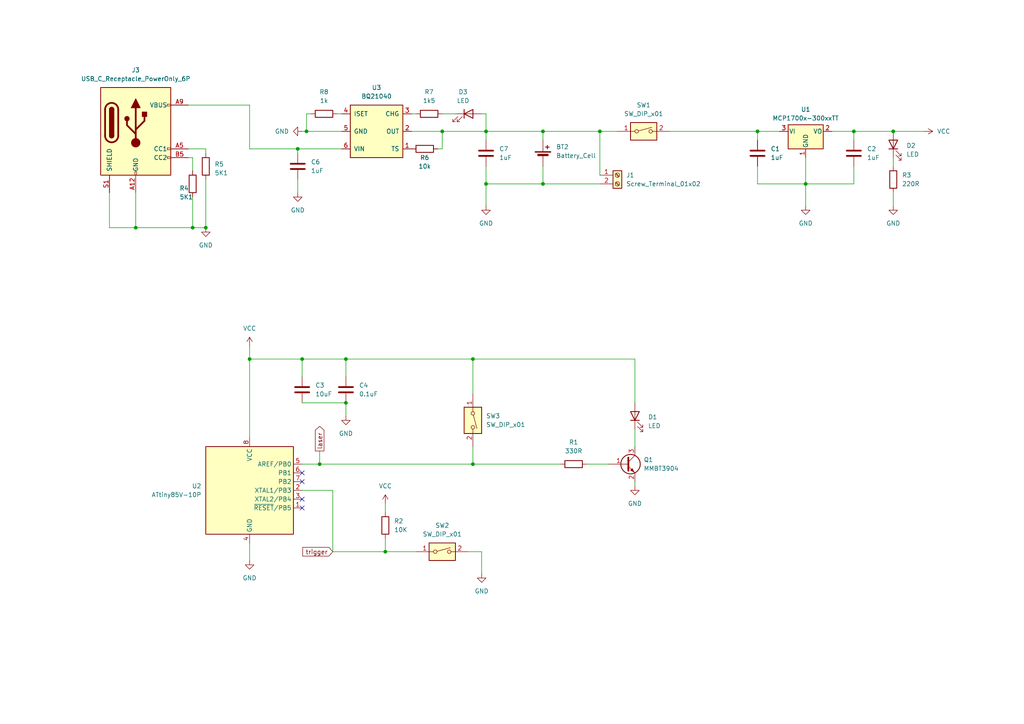
<source format=kicad_sch>
(kicad_sch (version 20230121) (generator eeschema)
  (paper "A4")
  (lib_symbols
    (symbol "BQ21040:BQ21040" (pin_names (offset 1.016))
      (property "Reference" "U" (at -6.35 11.43 0))
      (property "Value" "BQ21040" (at -3.81 8.89 0))
      (symbol "BQ21040_0_1"
        (rectangle (start -7.62 7.62) (end 7.62 -7.62) (stroke (width 0.254)) (fill (type background)))
      )
      (symbol "BQ21040_1_1"
        (pin input line (at -10.16 5.08 0) (length 2.54) (name "TS") (number "1"))
        (pin power_out line (at -10.16 0 0) (length 2.54) (name "OUT") (number "2"))
        (pin output line (at -10.16 -5.08 0) (length 2.54) (name "CHG") (number "3"))
        (pin input line (at 10.16 -5.08 180) (length 2.54) (name "ISET") (number "4"))
        (pin power_in line (at 10.16 0 180) (length 2.54) (name "GND") (number "5"))
        (pin power_in line (at 10.16 5.08 180) (length 2.54) (name "VIN") (number "6"))
      )
    )
    (symbol "Battery_Cell_1" (pin_numbers hide) (pin_names (offset 0) hide)
      (property "Reference" "BT" (at 2.54 2.54 0))
      (property "Value" "Battery_Cell" (at 2.54 0 0))
      (symbol "Battery_Cell_1_0_1"
        (rectangle (start -2.286 1.778) (end 2.286 1.524) (fill (type outline)))
        (rectangle (start -1.524 1.016) (end 1.524 0.508) (fill (type outline)))
        (polyline (pts (xy 0 0.762) (xy 0 0)))
        (polyline (pts (xy 0 1.778) (xy 0 2.54)))
        (polyline (pts (xy 0.762 3.048) (xy 1.778 3.048)) (stroke (width 0.254)))
        (polyline (pts (xy 1.27 3.556) (xy 1.27 2.54)) (stroke (width 0.254)))
      )
      (symbol "Battery_Cell_1_1_1"
        (pin passive line (at 0 5.08 270) (length 2.54) (name "+") (number "1"))
        (pin passive line (at 0 -2.54 90) (length 2.54) (name "-") (number "2"))
      )
    )
    (symbol "Connector:Screw_Terminal_01x02" (pin_names (offset 1.016) hide)
      (property "Reference" "J" (at 0 2.54 0))
      (property "Value" "Screw_Terminal_01x02" (at 0 -5.08 0))
      (symbol "Screw_Terminal_01x02_1_1"
        (rectangle (start -1.27 1.27) (end 1.27 -3.81) (stroke (width 0.254)) (fill (type background)))
        (circle (center 0 -2.54) (radius 0.635) (stroke (width 0.1524)))
        (polyline (pts (xy -0.5334 -2.2098) (xy 0.3302 -3.048)) (stroke (width 0.1524)))
        (polyline (pts (xy -0.5334 0.3302) (xy 0.3302 -0.508)) (stroke (width 0.1524)))
        (polyline (pts (xy -0.3556 -2.032) (xy 0.508 -2.8702)) (stroke (width 0.1524)))
        (polyline (pts (xy -0.3556 0.508) (xy 0.508 -0.3302)) (stroke (width 0.1524)))
        (circle (center 0 0) (radius 0.635) (stroke (width 0.1524)))
        (pin passive line (at -5.08 0 0) (length 3.81) (name "Pin_1") (number "1"))
        (pin passive line (at -5.08 -2.54 0) (length 3.81) (name "Pin_2") (number "2"))
      )
    )
    (symbol "Connector:USB_C_Receptacle_PowerOnly_6P" (pin_names (offset 1.016))
      (property "Reference" "J" (at 0 16.51 0))
      (property "Value" "USB_C_Receptacle_PowerOnly_6P" (at 0 13.97 0))
      (symbol "USB_C_Receptacle_PowerOnly_6P_0_0"
        (rectangle (start -0.254 -12.7) (end 0.254 -11.684))
        (rectangle (start 10.16 -7.366) (end 9.144 -7.874))
        (rectangle (start 10.16 -4.826) (end 9.144 -5.334))
        (rectangle (start 10.16 7.874) (end 9.144 7.366))
      )
      (symbol "USB_C_Receptacle_PowerOnly_6P_0_1"
        (rectangle (start -10.16 12.7) (end 10.16 -12.7) (stroke (width 0.254)) (fill (type background)))
        (arc (start -8.89 -1.27) (mid -6.985 -3.1667) (end -5.08 -1.27) (stroke (width 0.508)))
        (arc (start -7.62 -1.27) (mid -6.985 -1.9023) (end -6.35 -1.27) (stroke (width 0.254)))
        (arc (start -7.62 -1.27) (mid -6.985 -1.9023) (end -6.35 -1.27) (stroke (width 0.254)) (fill (type outline)))
        (rectangle (start -7.62 -1.27) (end -6.35 6.35) (stroke (width 0.254)) (fill (type outline)))
        (arc (start -6.35 6.35) (mid -6.985 6.9823) (end -7.62 6.35) (stroke (width 0.254)))
        (arc (start -6.35 6.35) (mid -6.985 6.9823) (end -7.62 6.35) (stroke (width 0.254)) (fill (type outline)))
        (arc (start -5.08 6.35) (mid -6.985 8.2467) (end -8.89 6.35) (stroke (width 0.508)))
        (circle (center -2.54 3.683) (radius 0.635) (stroke (width 0.254)) (fill (type outline)))
        (circle (center 0 -3.302) (radius 1.27) (fill (type outline)))
        (polyline (pts (xy -8.89 -1.27) (xy -8.89 6.35)) (stroke (width 0.508)))
        (polyline (pts (xy -5.08 6.35) (xy -5.08 -1.27)) (stroke (width 0.508)))
        (polyline (pts (xy 0 -3.302) (xy 0 6.858)) (stroke (width 0.508)))
        (polyline (pts (xy 0 -0.762) (xy -2.54 1.778) (xy -2.54 3.048)) (stroke (width 0.508)))
        (polyline (pts (xy 0 0.508) (xy 2.54 3.048) (xy 2.54 4.318)) (stroke (width 0.508)))
        (polyline (pts (xy -1.27 6.858) (xy 0 9.398) (xy 1.27 6.858) (xy -1.27 6.858)) (stroke (width 0.254)) (fill (type outline)))
        (rectangle (start 1.905 4.318) (end 3.175 5.588) (stroke (width 0.254)) (fill (type outline)))
      )
      (symbol "USB_C_Receptacle_PowerOnly_6P_1_1"
        (pin passive line (at 0 -17.78 90) (length 5.08) (name "GND") (number "A12"))
        (pin bidirectional line (at 15.24 -5.08 180) (length 5.08) (name "CC1") (number "A5"))
        (pin passive line (at 15.24 7.62 180) (length 5.08) (name "VBUS") (number "A9"))
        (pin passive line (at 0 -17.78 90) (length 5.08) hide (name "GND") (number "B12"))
        (pin bidirectional line (at 15.24 -7.62 180) (length 5.08) (name "CC2") (number "B5"))
        (pin passive line (at 15.24 7.62 180) (length 5.08) hide (name "VBUS") (number "B9"))
        (pin passive line (at -7.62 -17.78 90) (length 5.08) (name "SHIELD") (number "S1"))
      )
    )
    (symbol "Device:C" (pin_numbers hide) (pin_names (offset 0.254))
      (property "Reference" "C" (at 0.635 2.54 0))
      (property "Value" "C" (at 0.635 -2.54 0))
      (symbol "C_0_1"
        (polyline (pts (xy -2.032 -0.762) (xy 2.032 -0.762)) (stroke (width 0.508)))
        (polyline (pts (xy -2.032 0.762) (xy 2.032 0.762)) (stroke (width 0.508)))
      )
      (symbol "C_1_1"
        (pin passive line (at 0 3.81 270) (length 2.794) (name "~") (number "1"))
        (pin passive line (at 0 -3.81 90) (length 2.794) (name "~") (number "2"))
      )
    )
    (symbol "Device:LED" (pin_numbers hide) (pin_names (offset 1.016) hide)
      (property "Reference" "D" (at 0 2.54 0))
      (property "Value" "LED" (at 0 -2.54 0))
      (symbol "LED_0_1"
        (polyline (pts (xy -1.27 -1.27) (xy -1.27 1.27)) (stroke (width 0.254)))
        (polyline (pts (xy -1.27 0) (xy 1.27 0)))
        (polyline (pts (xy 1.27 -1.27) (xy 1.27 1.27) (xy -1.27 0) (xy 1.27 -1.27)) (stroke (width 0.254)))
        (polyline (pts (xy -3.048 -0.762) (xy -4.572 -2.286) (xy -3.81 -2.286) (xy -4.572 -2.286) (xy -4.572 -1.524)))
        (polyline (pts (xy -1.778 -0.762) (xy -3.302 -2.286) (xy -2.54 -2.286) (xy -3.302 -2.286) (xy -3.302 -1.524)))
      )
      (symbol "LED_1_1"
        (pin passive line (at -3.81 0 0) (length 2.54) (name "K") (number "1"))
        (pin passive line (at 3.81 0 180) (length 2.54) (name "A") (number "2"))
      )
    )
    (symbol "Device:R" (pin_numbers hide) (pin_names (offset 0))
      (property "Reference" "R" (at 2.032 0 90))
      (property "Value" "R" (at 0 0 90))
      (symbol "R_0_1"
        (rectangle (start -1.016 -2.54) (end 1.016 2.54) (stroke (width 0.254)))
      )
      (symbol "R_1_1"
        (pin passive line (at 0 3.81 270) (length 1.27) (name "~") (number "1"))
        (pin passive line (at 0 -3.81 90) (length 1.27) (name "~") (number "2"))
      )
    )
    (symbol "MCU_Microchip_ATtiny:ATtiny85V-10P"
      (property "Reference" "U" (at -12.7 13.97 0))
      (property "Value" "ATtiny85V-10P" (at 2.54 -13.97 0))
      (symbol "ATtiny85V-10P_0_1"
        (rectangle (start -12.7 -12.7) (end 12.7 12.7) (stroke (width 0.254)) (fill (type background)))
      )
      (symbol "ATtiny85V-10P_1_1"
        (pin bidirectional line (at 15.24 -5.08 180) (length 2.54) (name "~{RESET}/PB5") (number "1"))
        (pin bidirectional line (at 15.24 0 180) (length 2.54) (name "XTAL1/PB3") (number "2"))
        (pin bidirectional line (at 15.24 -2.54 180) (length 2.54) (name "XTAL2/PB4") (number "3"))
        (pin power_in line (at 0 -15.24 90) (length 2.54) (name "GND") (number "4"))
        (pin bidirectional line (at 15.24 7.62 180) (length 2.54) (name "AREF/PB0") (number "5"))
        (pin bidirectional line (at 15.24 5.08 180) (length 2.54) (name "PB1") (number "6"))
        (pin bidirectional line (at 15.24 2.54 180) (length 2.54) (name "PB2") (number "7"))
        (pin power_in line (at 0 15.24 270) (length 2.54) (name "VCC") (number "8"))
      )
    )
    (symbol "Regulator_Linear:MCP1700x-300xxTT" (pin_names (offset 0.254))
      (property "Reference" "U" (at -3.81 3.175 0))
      (property "Value" "MCP1700x-300xxTT" (at 0 3.175 0))
      (symbol "MCP1700x-300xxTT_0_1"
        (rectangle (start -5.08 1.905) (end 5.08 -5.08) (stroke (width 0.254)) (fill (type background)))
      )
      (symbol "MCP1700x-300xxTT_1_1"
        (pin power_in line (at 0 -7.62 90) (length 2.54) (name "GND") (number "1"))
        (pin power_out line (at 7.62 0 180) (length 2.54) (name "VO") (number "2"))
        (pin power_in line (at -7.62 0 0) (length 2.54) (name "VI") (number "3"))
      )
    )
    (symbol "Switch:SW_DIP_x01" (pin_names (offset 0) hide)
      (property "Reference" "SW" (at 0 3.81 0))
      (property "Value" "SW_DIP_x01" (at 0 -3.81 0))
      (symbol "SW_DIP_x01_0_0"
        (circle (center -2.032 0) (radius 0.508))
        (polyline (pts (xy -1.524 0.127) (xy 2.3622 1.1684)))
        (circle (center 2.032 0) (radius 0.508))
      )
      (symbol "SW_DIP_x01_0_1"
        (rectangle (start -3.81 2.54) (end 3.81 -2.54) (stroke (width 0.254)) (fill (type background)))
      )
      (symbol "SW_DIP_x01_1_1"
        (pin passive line (at -7.62 0 0) (length 5.08) (name "~") (number "1"))
        (pin passive line (at 7.62 0 180) (length 5.08) (name "~") (number "2"))
      )
    )
    (symbol "Transistor_BJT:MMBT3904" (pin_names (offset 0) hide)
      (property "Reference" "Q" (at 5.08 1.905 0))
      (property "Value" "MMBT3904" (at 5.08 0 0))
      (symbol "MMBT3904_0_1"
        (polyline (pts (xy 0.635 0.635) (xy 2.54 2.54)))
        (polyline (pts (xy 0.635 -0.635) (xy 2.54 -2.54) (xy 2.54 -2.54)))
        (polyline (pts (xy 0.635 1.905) (xy 0.635 -1.905) (xy 0.635 -1.905)) (stroke (width 0.508)))
        (polyline (pts (xy 1.27 -1.778) (xy 1.778 -1.27) (xy 2.286 -2.286) (xy 1.27 -1.778) (xy 1.27 -1.778)) (fill (type outline)))
        (circle (center 1.27 0) (radius 2.8194) (stroke (width 0.254)))
      )
      (symbol "MMBT3904_1_1"
        (pin input line (at -5.08 0 0) (length 5.715) (name "B") (number "1"))
        (pin passive line (at 2.54 -5.08 90) (length 2.54) (name "E") (number "2"))
        (pin passive line (at 2.54 5.08 270) (length 2.54) (name "C") (number "3"))
      )
    )
    (symbol "power:GND" (power) (pin_names (offset 0))
      (property "Value" "GND" (at 0 -3.81 0))
      (symbol "GND_0_1"
        (polyline (pts (xy 0 0) (xy 0 -1.27) (xy 1.27 -1.27) (xy 0 -2.54) (xy -1.27 -1.27) (xy 0 -1.27)))
      )
      (symbol "GND_1_1"
        (pin power_in line (at 0 0 270) (length 0) hide (name "GND") (number "1"))
      )
    )
    (symbol "power:VCC" (power) (pin_names (offset 0))
      (property "Value" "VCC" (at 0 3.81 0))
      (symbol "VCC_0_1"
        (polyline (pts (xy -0.762 1.27) (xy 0 2.54)))
        (polyline (pts (xy 0 0) (xy 0 2.54)))
        (polyline (pts (xy 0 2.54) (xy 0.762 1.27)))
      )
      (symbol "VCC_1_1"
        (pin power_in line (at 0 0 90) (length 0) hide (name "VCC") (number "1"))
      )
    )
  )
  (junction (at 86.36 43.18))
  (junction (at 128.27 38.1))
  (junction (at 100.33 104.14))
  (junction (at 173.99 38.1))
  (junction (at 233.68 53.34))
  (junction (at 87.63 104.14))
  (junction (at 140.97 38.1))
  (junction (at 55.88 66.04))
  (junction (at 88.9 38.1))
  (junction (at 157.48 53.34))
  (junction (at 259.08 38.1))
  (junction (at 219.71 38.1))
  (junction (at 111.76 160.02))
  (junction (at 100.33 116.84))
  (junction (at 247.65 38.1))
  (junction (at 72.39 104.14))
  (junction (at 137.16 104.14))
  (junction (at 59.69 66.04))
  (junction (at 137.16 134.62))
  (junction (at 39.37 66.04))
  (junction (at 157.48 38.1))
  (junction (at 92.71 134.62))
  (junction (at 140.97 53.34))
  (no_connect (at 87.63 137.16))
  (no_connect (at 87.63 147.32))
  (no_connect (at 87.63 139.7))
  (no_connect (at 87.63 144.78))
  (wire (pts (xy 92.71 134.62) (xy 87.63 134.62)))
  (wire (pts (xy 259.08 38.1) (xy 247.65 38.1)))
  (wire (pts (xy 140.97 33.02) (xy 139.7 33.02)))
  (wire (pts (xy 184.15 124.46) (xy 184.15 129.54)))
  (wire (pts (xy 128.27 38.1) (xy 128.27 43.18)))
  (wire (pts (xy 162.56 134.62) (xy 137.16 134.62)))
  (wire (pts (xy 137.16 104.14) (xy 137.16 114.3)))
  (wire (pts (xy 39.37 66.04) (xy 55.88 66.04)))
  (wire (pts (xy 88.9 38.1) (xy 99.06 38.1)))
  (wire (pts (xy 219.71 38.1) (xy 219.71 40.64)))
  (wire (pts (xy 96.52 142.24) (xy 96.52 160.02)))
  (wire (pts (xy 140.97 59.69) (xy 140.97 53.34)))
  (wire (pts (xy 173.99 38.1) (xy 173.99 50.8)))
  (wire (pts (xy 135.89 160.02) (xy 139.7 160.02)))
  (wire (pts (xy 88.9 33.02) (xy 88.9 38.1)))
  (wire (pts (xy 173.99 38.1) (xy 179.07 38.1)))
  (wire (pts (xy 157.48 53.34) (xy 140.97 53.34)))
  (wire (pts (xy 88.9 38.1) (xy 87.63 38.1)))
  (wire (pts (xy 233.68 45.72) (xy 233.68 53.34)))
  (wire (pts (xy 219.71 53.34) (xy 219.71 48.26)))
  (wire (pts (xy 219.71 38.1) (xy 226.06 38.1)))
  (wire (pts (xy 157.48 38.1) (xy 173.99 38.1)))
  (wire (pts (xy 72.39 43.18) (xy 86.36 43.18)))
  (wire (pts (xy 86.36 43.18) (xy 86.36 44.45)))
  (wire (pts (xy 88.9 33.02) (xy 90.17 33.02)))
  (wire (pts (xy 59.69 43.18) (xy 59.69 44.45)))
  (wire (pts (xy 194.31 38.1) (xy 219.71 38.1)))
  (wire (pts (xy 157.48 38.1) (xy 140.97 38.1)))
  (wire (pts (xy 54.61 30.48) (xy 72.39 30.48)))
  (wire (pts (xy 97.79 33.02) (xy 99.06 33.02)))
  (wire (pts (xy 31.75 55.88) (xy 31.75 66.04)))
  (wire (pts (xy 111.76 160.02) (xy 120.65 160.02)))
  (wire (pts (xy 184.15 116.84) (xy 184.15 104.14)))
  (wire (pts (xy 54.61 43.18) (xy 59.69 43.18)))
  (wire (pts (xy 92.71 130.81) (xy 92.71 134.62)))
  (wire (pts (xy 170.18 134.62) (xy 176.53 134.62)))
  (wire (pts (xy 137.16 134.62) (xy 92.71 134.62)))
  (wire (pts (xy 241.3 38.1) (xy 247.65 38.1)))
  (wire (pts (xy 137.16 129.54) (xy 137.16 134.62)))
  (wire (pts (xy 157.48 40.64) (xy 157.48 38.1)))
  (wire (pts (xy 72.39 104.14) (xy 72.39 127)))
  (wire (pts (xy 100.33 116.84) (xy 100.33 120.65)))
  (wire (pts (xy 54.61 45.72) (xy 55.88 45.72)))
  (wire (pts (xy 120.65 33.02) (xy 119.38 33.02)))
  (wire (pts (xy 247.65 48.26) (xy 247.65 53.34)))
  (wire (pts (xy 259.08 45.72) (xy 259.08 48.26)))
  (wire (pts (xy 259.08 55.88) (xy 259.08 59.69)))
  (wire (pts (xy 184.15 139.7) (xy 184.15 140.97)))
  (wire (pts (xy 247.65 53.34) (xy 233.68 53.34)))
  (wire (pts (xy 140.97 33.02) (xy 140.97 38.1)))
  (wire (pts (xy 139.7 160.02) (xy 139.7 166.37)))
  (wire (pts (xy 111.76 156.21) (xy 111.76 160.02)))
  (wire (pts (xy 55.88 57.15) (xy 55.88 66.04)))
  (wire (pts (xy 267.97 38.1) (xy 259.08 38.1)))
  (wire (pts (xy 184.15 104.14) (xy 137.16 104.14)))
  (wire (pts (xy 233.68 53.34) (xy 219.71 53.34)))
  (wire (pts (xy 72.39 30.48) (xy 72.39 43.18)))
  (wire (pts (xy 128.27 43.18) (xy 127 43.18)))
  (wire (pts (xy 87.63 104.14) (xy 72.39 104.14)))
  (wire (pts (xy 39.37 55.88) (xy 39.37 66.04)))
  (wire (pts (xy 96.52 160.02) (xy 111.76 160.02)))
  (wire (pts (xy 86.36 55.88) (xy 86.36 52.07)))
  (wire (pts (xy 55.88 45.72) (xy 55.88 49.53)))
  (wire (pts (xy 72.39 157.48) (xy 72.39 162.56)))
  (wire (pts (xy 140.97 53.34) (xy 140.97 48.26)))
  (wire (pts (xy 87.63 116.84) (xy 100.33 116.84)))
  (wire (pts (xy 233.68 53.34) (xy 233.68 59.69)))
  (wire (pts (xy 140.97 38.1) (xy 140.97 40.64)))
  (wire (pts (xy 87.63 109.22) (xy 87.63 104.14)))
  (wire (pts (xy 86.36 43.18) (xy 99.06 43.18)))
  (wire (pts (xy 157.48 53.34) (xy 173.99 53.34)))
  (wire (pts (xy 128.27 33.02) (xy 132.08 33.02)))
  (wire (pts (xy 247.65 38.1) (xy 247.65 40.64)))
  (wire (pts (xy 59.69 52.07) (xy 59.69 66.04)))
  (wire (pts (xy 55.88 66.04) (xy 59.69 66.04)))
  (wire (pts (xy 72.39 100.33) (xy 72.39 104.14)))
  (wire (pts (xy 31.75 66.04) (xy 39.37 66.04)))
  (wire (pts (xy 157.48 48.26) (xy 157.48 53.34)))
  (wire (pts (xy 137.16 104.14) (xy 100.33 104.14)))
  (wire (pts (xy 128.27 38.1) (xy 140.97 38.1)))
  (wire (pts (xy 100.33 104.14) (xy 87.63 104.14)))
  (wire (pts (xy 111.76 146.05) (xy 111.76 148.59)))
  (wire (pts (xy 100.33 109.22) (xy 100.33 104.14)))
  (wire (pts (xy 119.38 38.1) (xy 128.27 38.1)))
  (wire (pts (xy 96.52 142.24) (xy 87.63 142.24)))
  (global_label "trigger" (shape input) (at 96.52 160.02 180) (property "Intersheetrefs" "${INTERSHEET_REFS}" (effects hide)))
  (global_label "laser" (shape output) (at 92.71 130.81 90) (property "Intersheetrefs" "${INTERSHEET_REFS}" (effects hide)))
  (symbol (lib_id "power:GND") (at 59.69 66.04 0) (unit 1)
    (property "Reference" "#PWR07" (effects hide))
    (property "Value" "GND" (at 59.69 71.12 0))
  )
  (symbol (lib_id "power:GND") (at 184.15 140.97 0) (unit 1)
    (property "Reference" "#PWR05" (effects hide))
    (property "Value" "GND" (at 184.15 146.05 0))
  )
  (symbol (lib_id "power:GND") (at 87.63 38.1 270) (unit 1)
    (property "Reference" "#PWR09" (effects hide))
    (property "Value" "GND" (at 83.82 38.1 90) (effects (justify right)))
  )
  (symbol (lib_name "Battery_Cell_1") (lib_id "Device:Battery_Cell") (at 157.48 45.72 0) (unit 1)
    (property "Reference" "BT2" (at 161.29 42.6085 0) (effects (justify left)))
    (property "Value" "Battery_Cell" (at 161.29 45.1485 0) (effects (justify left)))
    (property "Footprint" "Connector_Hirose:Hirose_DF13C_CL535-0402-2-51_1x02-1MP_P1.25mm_Vertical" (effects hide))
  )
  (symbol (lib_id "Device:R") (at 259.08 52.07 0) (unit 1)
    (property "Reference" "R3" (at 261.62 50.8 0) (effects (justify left)))
    (property "Value" "220R" (at 261.62 53.34 0) (effects (justify left)))
    (property "Footprint" "Resistor_SMD:R_0603_1608Metric" (effects hide))
  )
  (symbol (lib_id "Regulator_Linear:MCP1700x-300xxTT") (at 233.68 38.1 0) (unit 1)
    (property "Reference" "U1" (at 233.68 31.75 0))
    (property "Value" "MCP1700x-300xxTT" (at 233.68 34.29 0))
    (property "Footprint" "Package_TO_SOT_SMD:SOT-23" (effects hide))
    (property "Datasheet" "http://ww1.microchip.com/downloads/en/DeviceDoc/20001826D.pdf" (effects hide))
  )
  (symbol (lib_id "Connector:Screw_Terminal_01x02") (at 179.07 50.8 0) (unit 1)
    (property "Reference" "J1" (at 181.61 50.8 0) (effects (justify left)))
    (property "Value" "Screw_Terminal_01x02" (at 181.61 53.34 0) (effects (justify left)))
    (property "Footprint" "Connector_PinSocket_2.54mm:PinSocket_1x02_P2.54mm_Vertical" (effects hide))
  )
  (symbol (lib_id "power:GND") (at 259.08 59.69 0) (unit 1)
    (property "Reference" "#PWR013" (effects hide))
    (property "Value" "GND" (at 259.08 64.77 0))
  )
  (symbol (lib_id "Device:R") (at 55.88 53.34 0) (unit 1)
    (property "Reference" "R4" (at 52.07 54.61 0) (effects (justify left)))
    (property "Value" "5K1" (at 52.07 57.15 0) (effects (justify left)))
    (property "Footprint" "Resistor_SMD:R_0603_1608Metric" (effects hide))
  )
  (symbol (lib_id "BQ21040:BQ21040") (at 109.22 38.1 180) (unit 1)
    (property "Reference" "U3" (at 109.22 25.4 0))
    (property "Value" "BQ21040" (at 109.22 27.94 0))
    (property "Footprint" "Package_TO_SOT_SMD:SOT-23-6_Handsoldering" (effects hide))
    (property "Datasheet" "http://www.ti.com/lit/ds/symlink/bq21040.pdf" (effects hide))
  )
  (symbol (lib_id "Switch:SW_DIP_x01") (at 186.69 38.1 0) (unit 1)
    (property "Reference" "SW1" (at 186.69 30.48 0))
    (property "Value" "SW_DIP_x01" (at 186.69 33.02 0))
    (property "Footprint" "Button_Switch_THT:SW_Slide_SPDT_Straight_CK_OS102011MS2Q" (effects hide))
  )
  (symbol (lib_id "Device:R") (at 123.19 43.18 90) (unit 1)
    (property "Reference" "R6" (at 123.19 45.72 90))
    (property "Value" "10k" (at 123.19 48.26 90))
    (property "Footprint" "Resistor_SMD:R_0603_1608Metric" (effects hide))
  )
  (symbol (lib_id "Device:C") (at 86.36 48.26 0) (unit 1)
    (property "Reference" "C6" (at 90.17 46.99 0) (effects (justify left)))
    (property "Value" "1uF" (at 90.17 49.53 0) (effects (justify left)))
    (property "Footprint" "Capacitor_SMD:C_0603_1608Metric" (effects hide))
  )
  (symbol (lib_id "MCU_Microchip_ATtiny:ATtiny85V-10P") (at 72.39 142.24 0) (unit 1)
    (property "Reference" "U2" (at 58.42 140.97 0) (effects (justify right)))
    (property "Value" "ATtiny85V-10P" (at 58.42 143.51 0) (effects (justify right)))
    (property "Footprint" "Package_DIP:DIP-8_W7.62mm" (effects hide))
    (property "Datasheet" "http://ww1.microchip.com/downloads/en/DeviceDoc/atmel-2586-avr-8-bit-microcontroller-attiny25-attiny45-attiny85_datasheet.pdf" (effects hide))
  )
  (symbol (lib_id "Switch:SW_DIP_x01") (at 137.16 121.92 270) (unit 1)
    (property "Reference" "SW3" (at 140.97 120.65 90) (effects (justify left)))
    (property "Value" "SW_DIP_x01" (at 140.97 123.19 90) (effects (justify left)))
    (property "Footprint" "Connector_PinSocket_2.54mm:PinSocket_1x03_P2.54mm_Vertical" (effects hide))
  )
  (symbol (lib_id "power:GND") (at 140.97 59.69 0) (unit 1)
    (property "Reference" "#PWR010" (effects hide))
    (property "Value" "GND" (at 140.97 64.77 0))
  )
  (symbol (lib_id "Device:R") (at 93.98 33.02 90) (unit 1)
    (property "Reference" "R8" (at 93.98 26.67 90))
    (property "Value" "1k" (at 93.98 29.21 90))
    (property "Footprint" "Resistor_SMD:R_0603_1608Metric" (effects hide))
  )
  (symbol (lib_id "power:VCC") (at 111.76 146.05 0) (unit 1)
    (property "Reference" "#PWR012" (effects hide))
    (property "Value" "VCC" (at 111.76 140.97 0))
  )
  (symbol (lib_id "power:GND") (at 86.36 55.88 0) (unit 1)
    (property "Reference" "#PWR08" (effects hide))
    (property "Value" "GND" (at 86.36 60.96 0))
  )
  (symbol (lib_id "power:GND") (at 139.7 166.37 0) (unit 1)
    (property "Reference" "#PWR011" (effects hide))
    (property "Value" "GND" (at 139.7 171.45 0))
  )
  (symbol (lib_id "Device:C") (at 100.33 113.03 0) (unit 1)
    (property "Reference" "C4" (at 104.14 111.76 0) (effects (justify left)))
    (property "Value" "0.1uF" (at 104.14 114.3 0) (effects (justify left)))
    (property "Footprint" "Resistor_SMD:R_0603_1608Metric" (effects hide))
  )
  (symbol (lib_id "power:GND") (at 72.39 162.56 0) (unit 1)
    (property "Reference" "#PWR04" (effects hide))
    (property "Value" "GND" (at 72.39 167.64 0))
  )
  (symbol (lib_id "Device:C") (at 87.63 113.03 0) (unit 1)
    (property "Reference" "C3" (at 91.44 111.76 0) (effects (justify left)))
    (property "Value" "10uF" (at 91.44 114.3 0) (effects (justify left)))
    (property "Footprint" "Resistor_SMD:R_0603_1608Metric" (effects hide))
  )
  (symbol (lib_id "Transistor_BJT:MMBT3904") (at 181.61 134.62 0) (unit 1)
    (property "Reference" "Q1" (at 186.69 133.35 0) (effects (justify left)))
    (property "Value" "MMBT3904" (at 186.69 135.89 0) (effects (justify left)))
    (property "Footprint" "Package_TO_SOT_SMD:SOT-23" (effects hide))
    (property "Datasheet" "https://www.onsemi.com/pdf/datasheet/pzt3904-d.pdf" (effects hide))
  )
  (symbol (lib_id "power:VCC") (at 267.97 38.1 270) (unit 1)
    (property "Reference" "#PWR01" (effects hide))
    (property "Value" "VCC" (at 271.78 38.1 90) (effects (justify left)))
  )
  (symbol (lib_id "Device:LED") (at 184.15 120.65 90) (unit 1)
    (property "Reference" "D1" (at 187.96 120.9675 90) (effects (justify right)))
    (property "Value" "LED" (at 187.96 123.5075 90) (effects (justify right)))
    (property "Footprint" "Connector_PinSocket_2.54mm:PinSocket_1x02_P2.54mm_Vertical" (effects hide))
  )
  (symbol (lib_id "Device:LED") (at 135.89 33.02 0) (unit 1)
    (property "Reference" "D3" (at 134.3025 26.67 0))
    (property "Value" "LED" (at 134.3025 29.21 0))
    (property "Footprint" "LED_SMD:LED_0603_1608Metric" (effects hide))
  )
  (symbol (lib_id "power:GND") (at 233.68 59.69 0) (unit 1)
    (property "Reference" "#PWR02" (effects hide))
    (property "Value" "GND" (at 233.68 64.77 0))
  )
  (symbol (lib_id "power:GND") (at 100.33 120.65 0) (unit 1)
    (property "Reference" "#PWR06" (effects hide))
    (property "Value" "GND" (at 100.33 125.73 0))
  )
  (symbol (lib_id "Device:C") (at 247.65 44.45 0) (unit 1)
    (property "Reference" "C2" (at 251.46 43.18 0) (effects (justify left)))
    (property "Value" "1uF" (at 251.46 45.72 0) (effects (justify left)))
    (property "Footprint" "Capacitor_SMD:C_0603_1608Metric" (effects hide))
  )
  (symbol (lib_id "Device:R") (at 166.37 134.62 90) (unit 1)
    (property "Reference" "R1" (at 166.37 128.27 90))
    (property "Value" "330R" (at 166.37 130.81 90))
    (property "Footprint" "Resistor_SMD:R_0603_1608Metric" (effects hide))
  )
  (symbol (lib_id "Device:R") (at 124.46 33.02 90) (unit 1)
    (property "Reference" "R7" (at 124.46 26.67 90))
    (property "Value" "1k5" (at 124.46 29.21 90))
    (property "Footprint" "Resistor_SMD:R_0603_1608Metric" (effects hide))
  )
  (symbol (lib_id "Device:LED") (at 259.08 41.91 90) (unit 1)
    (property "Reference" "D2" (at 262.89 42.2275 90) (effects (justify right)))
    (property "Value" "LED" (at 262.89 44.7675 90) (effects (justify right)))
    (property "Footprint" "LED_SMD:LED_0603_1608Metric" (effects hide))
  )
  (symbol (lib_id "Device:C") (at 219.71 44.45 0) (unit 1)
    (property "Reference" "C1" (at 223.52 43.18 0) (effects (justify left)))
    (property "Value" "1uF" (at 223.52 45.72 0) (effects (justify left)))
    (property "Footprint" "Capacitor_SMD:C_0603_1608Metric" (effects hide))
  )
  (symbol (lib_id "power:VCC") (at 72.39 100.33 0) (unit 1)
    (property "Reference" "#PWR03" (effects hide))
    (property "Value" "VCC" (at 72.39 95.25 0))
  )
  (symbol (lib_id "Switch:SW_DIP_x01") (at 128.27 160.02 0) (unit 1)
    (property "Reference" "SW2" (at 128.27 152.4 0))
    (property "Value" "SW_DIP_x01" (at 128.27 154.94 0))
    (property "Footprint" "Connector_PinSocket_2.54mm:PinSocket_1x02_P2.54mm_Vertical" (effects hide))
  )
  (symbol (lib_id "Device:R") (at 59.69 48.26 0) (unit 1)
    (property "Reference" "R5" (at 62.23 47.625 0) (effects (justify left)))
    (property "Value" "5K1" (at 62.23 50.165 0) (effects (justify left)))
    (property "Footprint" "Resistor_SMD:R_0603_1608Metric" (effects hide))
  )
  (symbol (lib_id "Device:R") (at 111.76 152.4 0) (unit 1)
    (property "Reference" "R2" (at 114.3 151.13 0) (effects (justify left)))
    (property "Value" "10K" (at 114.3 153.67 0) (effects (justify left)))
    (property "Footprint" "Resistor_SMD:R_0603_1608Metric" (effects hide))
  )
  (symbol (lib_id "Connector:USB_C_Receptacle_PowerOnly_6P") (at 39.37 38.1 0) (unit 1)
    (property "Reference" "J3" (at 39.37 20.32 0))
    (property "Value" "USB_C_Receptacle_PowerOnly_6P" (at 39.37 22.86 0))
    (property "Footprint" "Connector_USB:USB_C_Receptacle_GCT_USB4115-03-C" (effects hide))
    (property "Datasheet" "https://www.usb.org/sites/default/files/documents/usb_type-c.zip" (effects hide))
  )
  (symbol (lib_id "Device:C") (at 140.97 44.45 0) (unit 1)
    (property "Reference" "C7" (at 144.78 43.18 0) (effects (justify left)))
    (property "Value" "1uF" (at 144.78 45.72 0) (effects (justify left)))
    (property "Footprint" "Capacitor_SMD:C_0603_1608Metric" (effects hide))
  )
)
</source>
